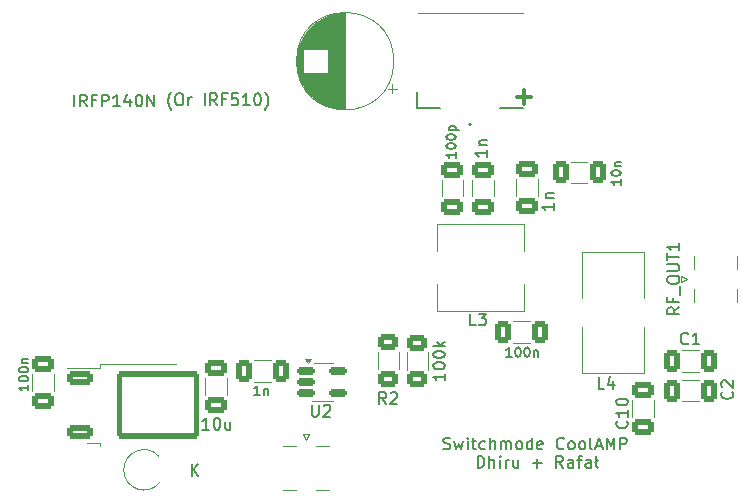
<source format=gbr>
%TF.GenerationSoftware,KiCad,Pcbnew,8.0.0-unknown-202403021604~8dce6c0b67~ubuntu22.04.1*%
%TF.CreationDate,2024-03-03T10:33:34+05:30*%
%TF.ProjectId,HF-PA-v10,48462d50-412d-4763-9130-2e6b69636164,rev?*%
%TF.SameCoordinates,Original*%
%TF.FileFunction,Legend,Top*%
%TF.FilePolarity,Positive*%
%FSLAX46Y46*%
G04 Gerber Fmt 4.6, Leading zero omitted, Abs format (unit mm)*
G04 Created by KiCad (PCBNEW 8.0.0-unknown-202403021604~8dce6c0b67~ubuntu22.04.1) date 2024-03-03 10:33:34*
%MOMM*%
%LPD*%
G01*
G04 APERTURE LIST*
G04 Aperture macros list*
%AMRoundRect*
0 Rectangle with rounded corners*
0 $1 Rounding radius*
0 $2 $3 $4 $5 $6 $7 $8 $9 X,Y pos of 4 corners*
0 Add a 4 corners polygon primitive as box body*
4,1,4,$2,$3,$4,$5,$6,$7,$8,$9,$2,$3,0*
0 Add four circle primitives for the rounded corners*
1,1,$1+$1,$2,$3*
1,1,$1+$1,$4,$5*
1,1,$1+$1,$6,$7*
1,1,$1+$1,$8,$9*
0 Add four rect primitives between the rounded corners*
20,1,$1+$1,$2,$3,$4,$5,0*
20,1,$1+$1,$4,$5,$6,$7,0*
20,1,$1+$1,$6,$7,$8,$9,0*
20,1,$1+$1,$8,$9,$2,$3,0*%
G04 Aperture macros list end*
%ADD10C,0.300000*%
%ADD11C,0.150000*%
%ADD12C,0.120000*%
%ADD13C,0.127000*%
%ADD14C,0.200000*%
%ADD15RoundRect,0.250000X0.412500X0.650000X-0.412500X0.650000X-0.412500X-0.650000X0.412500X-0.650000X0*%
%ADD16C,2.000000*%
%ADD17C,0.800000*%
%ADD18C,6.400000*%
%ADD19RoundRect,0.250000X-0.650000X0.412500X-0.650000X-0.412500X0.650000X-0.412500X0.650000X0.412500X0*%
%ADD20R,3.600000X1.270000*%
%ADD21R,4.200000X1.350000*%
%ADD22O,4.400000X2.200000*%
%ADD23O,4.000000X2.000000*%
%ADD24O,2.000000X4.000000*%
%ADD25R,1.600000X1.600000*%
%ADD26C,1.600000*%
%ADD27RoundRect,0.250000X0.650000X-0.412500X0.650000X0.412500X-0.650000X0.412500X-0.650000X-0.412500X0*%
%ADD28RoundRect,0.250000X-0.850000X-0.350000X0.850000X-0.350000X0.850000X0.350000X-0.850000X0.350000X0*%
%ADD29RoundRect,0.249997X-3.260003X-2.650003X3.260003X-2.650003X3.260003X2.650003X-3.260003X2.650003X0*%
%ADD30RoundRect,0.250000X-0.412500X-0.650000X0.412500X-0.650000X0.412500X0.650000X-0.412500X0.650000X0*%
%ADD31R,1.270000X3.600000*%
%ADD32R,1.350000X4.200000*%
%ADD33O,3.600000X3.600000*%
%ADD34R,4.500000X2.500000*%
%ADD35O,4.500000X2.500000*%
%ADD36R,2.200000X2.200000*%
%ADD37O,2.200000X2.200000*%
%ADD38RoundRect,0.162500X-0.617500X-0.162500X0.617500X-0.162500X0.617500X0.162500X-0.617500X0.162500X0*%
%ADD39RoundRect,0.250000X-0.625000X0.400000X-0.625000X-0.400000X0.625000X-0.400000X0.625000X0.400000X0*%
%ADD40R,2.050000X2.200000*%
G04 APERTURE END LIST*
D10*
X187854510Y-70079400D02*
X188997368Y-70079400D01*
X188425939Y-70650828D02*
X188425939Y-69507971D01*
D11*
X158552493Y-71160771D02*
X158504874Y-71113152D01*
X158504874Y-71113152D02*
X158409636Y-70970295D01*
X158409636Y-70970295D02*
X158362017Y-70875057D01*
X158362017Y-70875057D02*
X158314398Y-70732200D01*
X158314398Y-70732200D02*
X158266779Y-70494104D01*
X158266779Y-70494104D02*
X158266779Y-70303628D01*
X158266779Y-70303628D02*
X158314398Y-70065533D01*
X158314398Y-70065533D02*
X158362017Y-69922676D01*
X158362017Y-69922676D02*
X158409636Y-69827438D01*
X158409636Y-69827438D02*
X158504874Y-69684580D01*
X158504874Y-69684580D02*
X158552493Y-69636961D01*
X159123922Y-69779819D02*
X159314398Y-69779819D01*
X159314398Y-69779819D02*
X159409636Y-69827438D01*
X159409636Y-69827438D02*
X159504874Y-69922676D01*
X159504874Y-69922676D02*
X159552493Y-70113152D01*
X159552493Y-70113152D02*
X159552493Y-70446485D01*
X159552493Y-70446485D02*
X159504874Y-70636961D01*
X159504874Y-70636961D02*
X159409636Y-70732200D01*
X159409636Y-70732200D02*
X159314398Y-70779819D01*
X159314398Y-70779819D02*
X159123922Y-70779819D01*
X159123922Y-70779819D02*
X159028684Y-70732200D01*
X159028684Y-70732200D02*
X158933446Y-70636961D01*
X158933446Y-70636961D02*
X158885827Y-70446485D01*
X158885827Y-70446485D02*
X158885827Y-70113152D01*
X158885827Y-70113152D02*
X158933446Y-69922676D01*
X158933446Y-69922676D02*
X159028684Y-69827438D01*
X159028684Y-69827438D02*
X159123922Y-69779819D01*
X159981065Y-70779819D02*
X159981065Y-70113152D01*
X159981065Y-70303628D02*
X160028684Y-70208390D01*
X160028684Y-70208390D02*
X160076303Y-70160771D01*
X160076303Y-70160771D02*
X160171541Y-70113152D01*
X160171541Y-70113152D02*
X160266779Y-70113152D01*
X161362018Y-70779819D02*
X161362018Y-69779819D01*
X162409636Y-70779819D02*
X162076303Y-70303628D01*
X161838208Y-70779819D02*
X161838208Y-69779819D01*
X161838208Y-69779819D02*
X162219160Y-69779819D01*
X162219160Y-69779819D02*
X162314398Y-69827438D01*
X162314398Y-69827438D02*
X162362017Y-69875057D01*
X162362017Y-69875057D02*
X162409636Y-69970295D01*
X162409636Y-69970295D02*
X162409636Y-70113152D01*
X162409636Y-70113152D02*
X162362017Y-70208390D01*
X162362017Y-70208390D02*
X162314398Y-70256009D01*
X162314398Y-70256009D02*
X162219160Y-70303628D01*
X162219160Y-70303628D02*
X161838208Y-70303628D01*
X163171541Y-70256009D02*
X162838208Y-70256009D01*
X162838208Y-70779819D02*
X162838208Y-69779819D01*
X162838208Y-69779819D02*
X163314398Y-69779819D01*
X164171541Y-69779819D02*
X163695351Y-69779819D01*
X163695351Y-69779819D02*
X163647732Y-70256009D01*
X163647732Y-70256009D02*
X163695351Y-70208390D01*
X163695351Y-70208390D02*
X163790589Y-70160771D01*
X163790589Y-70160771D02*
X164028684Y-70160771D01*
X164028684Y-70160771D02*
X164123922Y-70208390D01*
X164123922Y-70208390D02*
X164171541Y-70256009D01*
X164171541Y-70256009D02*
X164219160Y-70351247D01*
X164219160Y-70351247D02*
X164219160Y-70589342D01*
X164219160Y-70589342D02*
X164171541Y-70684580D01*
X164171541Y-70684580D02*
X164123922Y-70732200D01*
X164123922Y-70732200D02*
X164028684Y-70779819D01*
X164028684Y-70779819D02*
X163790589Y-70779819D01*
X163790589Y-70779819D02*
X163695351Y-70732200D01*
X163695351Y-70732200D02*
X163647732Y-70684580D01*
X165171541Y-70779819D02*
X164600113Y-70779819D01*
X164885827Y-70779819D02*
X164885827Y-69779819D01*
X164885827Y-69779819D02*
X164790589Y-69922676D01*
X164790589Y-69922676D02*
X164695351Y-70017914D01*
X164695351Y-70017914D02*
X164600113Y-70065533D01*
X165790589Y-69779819D02*
X165885827Y-69779819D01*
X165885827Y-69779819D02*
X165981065Y-69827438D01*
X165981065Y-69827438D02*
X166028684Y-69875057D01*
X166028684Y-69875057D02*
X166076303Y-69970295D01*
X166076303Y-69970295D02*
X166123922Y-70160771D01*
X166123922Y-70160771D02*
X166123922Y-70398866D01*
X166123922Y-70398866D02*
X166076303Y-70589342D01*
X166076303Y-70589342D02*
X166028684Y-70684580D01*
X166028684Y-70684580D02*
X165981065Y-70732200D01*
X165981065Y-70732200D02*
X165885827Y-70779819D01*
X165885827Y-70779819D02*
X165790589Y-70779819D01*
X165790589Y-70779819D02*
X165695351Y-70732200D01*
X165695351Y-70732200D02*
X165647732Y-70684580D01*
X165647732Y-70684580D02*
X165600113Y-70589342D01*
X165600113Y-70589342D02*
X165552494Y-70398866D01*
X165552494Y-70398866D02*
X165552494Y-70160771D01*
X165552494Y-70160771D02*
X165600113Y-69970295D01*
X165600113Y-69970295D02*
X165647732Y-69875057D01*
X165647732Y-69875057D02*
X165695351Y-69827438D01*
X165695351Y-69827438D02*
X165790589Y-69779819D01*
X166457256Y-71160771D02*
X166504875Y-71113152D01*
X166504875Y-71113152D02*
X166600113Y-70970295D01*
X166600113Y-70970295D02*
X166647732Y-70875057D01*
X166647732Y-70875057D02*
X166695351Y-70732200D01*
X166695351Y-70732200D02*
X166742970Y-70494104D01*
X166742970Y-70494104D02*
X166742970Y-70303628D01*
X166742970Y-70303628D02*
X166695351Y-70065533D01*
X166695351Y-70065533D02*
X166647732Y-69922676D01*
X166647732Y-69922676D02*
X166600113Y-69827438D01*
X166600113Y-69827438D02*
X166504875Y-69684580D01*
X166504875Y-69684580D02*
X166457256Y-69636961D01*
X184476779Y-101459819D02*
X184476779Y-100459819D01*
X184476779Y-100459819D02*
X184714874Y-100459819D01*
X184714874Y-100459819D02*
X184857731Y-100507438D01*
X184857731Y-100507438D02*
X184952969Y-100602676D01*
X184952969Y-100602676D02*
X185000588Y-100697914D01*
X185000588Y-100697914D02*
X185048207Y-100888390D01*
X185048207Y-100888390D02*
X185048207Y-101031247D01*
X185048207Y-101031247D02*
X185000588Y-101221723D01*
X185000588Y-101221723D02*
X184952969Y-101316961D01*
X184952969Y-101316961D02*
X184857731Y-101412200D01*
X184857731Y-101412200D02*
X184714874Y-101459819D01*
X184714874Y-101459819D02*
X184476779Y-101459819D01*
X185476779Y-101459819D02*
X185476779Y-100459819D01*
X185905350Y-101459819D02*
X185905350Y-100936009D01*
X185905350Y-100936009D02*
X185857731Y-100840771D01*
X185857731Y-100840771D02*
X185762493Y-100793152D01*
X185762493Y-100793152D02*
X185619636Y-100793152D01*
X185619636Y-100793152D02*
X185524398Y-100840771D01*
X185524398Y-100840771D02*
X185476779Y-100888390D01*
X186381541Y-101459819D02*
X186381541Y-100793152D01*
X186381541Y-100459819D02*
X186333922Y-100507438D01*
X186333922Y-100507438D02*
X186381541Y-100555057D01*
X186381541Y-100555057D02*
X186429160Y-100507438D01*
X186429160Y-100507438D02*
X186381541Y-100459819D01*
X186381541Y-100459819D02*
X186381541Y-100555057D01*
X186857731Y-101459819D02*
X186857731Y-100793152D01*
X186857731Y-100983628D02*
X186905350Y-100888390D01*
X186905350Y-100888390D02*
X186952969Y-100840771D01*
X186952969Y-100840771D02*
X187048207Y-100793152D01*
X187048207Y-100793152D02*
X187143445Y-100793152D01*
X187905350Y-100793152D02*
X187905350Y-101459819D01*
X187476779Y-100793152D02*
X187476779Y-101316961D01*
X187476779Y-101316961D02*
X187524398Y-101412200D01*
X187524398Y-101412200D02*
X187619636Y-101459819D01*
X187619636Y-101459819D02*
X187762493Y-101459819D01*
X187762493Y-101459819D02*
X187857731Y-101412200D01*
X187857731Y-101412200D02*
X187905350Y-101364580D01*
X189143446Y-101078866D02*
X189905351Y-101078866D01*
X189524398Y-101459819D02*
X189524398Y-100697914D01*
X191714874Y-101459819D02*
X191381541Y-100983628D01*
X191143446Y-101459819D02*
X191143446Y-100459819D01*
X191143446Y-100459819D02*
X191524398Y-100459819D01*
X191524398Y-100459819D02*
X191619636Y-100507438D01*
X191619636Y-100507438D02*
X191667255Y-100555057D01*
X191667255Y-100555057D02*
X191714874Y-100650295D01*
X191714874Y-100650295D02*
X191714874Y-100793152D01*
X191714874Y-100793152D02*
X191667255Y-100888390D01*
X191667255Y-100888390D02*
X191619636Y-100936009D01*
X191619636Y-100936009D02*
X191524398Y-100983628D01*
X191524398Y-100983628D02*
X191143446Y-100983628D01*
X192572017Y-101459819D02*
X192572017Y-100936009D01*
X192572017Y-100936009D02*
X192524398Y-100840771D01*
X192524398Y-100840771D02*
X192429160Y-100793152D01*
X192429160Y-100793152D02*
X192238684Y-100793152D01*
X192238684Y-100793152D02*
X192143446Y-100840771D01*
X192572017Y-101412200D02*
X192476779Y-101459819D01*
X192476779Y-101459819D02*
X192238684Y-101459819D01*
X192238684Y-101459819D02*
X192143446Y-101412200D01*
X192143446Y-101412200D02*
X192095827Y-101316961D01*
X192095827Y-101316961D02*
X192095827Y-101221723D01*
X192095827Y-101221723D02*
X192143446Y-101126485D01*
X192143446Y-101126485D02*
X192238684Y-101078866D01*
X192238684Y-101078866D02*
X192476779Y-101078866D01*
X192476779Y-101078866D02*
X192572017Y-101031247D01*
X192905351Y-100793152D02*
X193286303Y-100793152D01*
X193048208Y-101459819D02*
X193048208Y-100602676D01*
X193048208Y-100602676D02*
X193095827Y-100507438D01*
X193095827Y-100507438D02*
X193191065Y-100459819D01*
X193191065Y-100459819D02*
X193286303Y-100459819D01*
X194048208Y-101459819D02*
X194048208Y-100936009D01*
X194048208Y-100936009D02*
X194000589Y-100840771D01*
X194000589Y-100840771D02*
X193905351Y-100793152D01*
X193905351Y-100793152D02*
X193714875Y-100793152D01*
X193714875Y-100793152D02*
X193619637Y-100840771D01*
X194048208Y-101412200D02*
X193952970Y-101459819D01*
X193952970Y-101459819D02*
X193714875Y-101459819D01*
X193714875Y-101459819D02*
X193619637Y-101412200D01*
X193619637Y-101412200D02*
X193572018Y-101316961D01*
X193572018Y-101316961D02*
X193572018Y-101221723D01*
X193572018Y-101221723D02*
X193619637Y-101126485D01*
X193619637Y-101126485D02*
X193714875Y-101078866D01*
X193714875Y-101078866D02*
X193952970Y-101078866D01*
X193952970Y-101078866D02*
X194048208Y-101031247D01*
X194667256Y-101459819D02*
X194572018Y-101412200D01*
X194572018Y-101412200D02*
X194524399Y-101316961D01*
X194524399Y-101316961D02*
X194524399Y-100459819D01*
X194381542Y-100983628D02*
X194667256Y-100793152D01*
X181589160Y-99862200D02*
X181732017Y-99909819D01*
X181732017Y-99909819D02*
X181970112Y-99909819D01*
X181970112Y-99909819D02*
X182065350Y-99862200D01*
X182065350Y-99862200D02*
X182112969Y-99814580D01*
X182112969Y-99814580D02*
X182160588Y-99719342D01*
X182160588Y-99719342D02*
X182160588Y-99624104D01*
X182160588Y-99624104D02*
X182112969Y-99528866D01*
X182112969Y-99528866D02*
X182065350Y-99481247D01*
X182065350Y-99481247D02*
X181970112Y-99433628D01*
X181970112Y-99433628D02*
X181779636Y-99386009D01*
X181779636Y-99386009D02*
X181684398Y-99338390D01*
X181684398Y-99338390D02*
X181636779Y-99290771D01*
X181636779Y-99290771D02*
X181589160Y-99195533D01*
X181589160Y-99195533D02*
X181589160Y-99100295D01*
X181589160Y-99100295D02*
X181636779Y-99005057D01*
X181636779Y-99005057D02*
X181684398Y-98957438D01*
X181684398Y-98957438D02*
X181779636Y-98909819D01*
X181779636Y-98909819D02*
X182017731Y-98909819D01*
X182017731Y-98909819D02*
X182160588Y-98957438D01*
X182493922Y-99243152D02*
X182684398Y-99909819D01*
X182684398Y-99909819D02*
X182874874Y-99433628D01*
X182874874Y-99433628D02*
X183065350Y-99909819D01*
X183065350Y-99909819D02*
X183255826Y-99243152D01*
X183636779Y-99909819D02*
X183636779Y-99243152D01*
X183636779Y-98909819D02*
X183589160Y-98957438D01*
X183589160Y-98957438D02*
X183636779Y-99005057D01*
X183636779Y-99005057D02*
X183684398Y-98957438D01*
X183684398Y-98957438D02*
X183636779Y-98909819D01*
X183636779Y-98909819D02*
X183636779Y-99005057D01*
X183970112Y-99243152D02*
X184351064Y-99243152D01*
X184112969Y-98909819D02*
X184112969Y-99766961D01*
X184112969Y-99766961D02*
X184160588Y-99862200D01*
X184160588Y-99862200D02*
X184255826Y-99909819D01*
X184255826Y-99909819D02*
X184351064Y-99909819D01*
X185112969Y-99862200D02*
X185017731Y-99909819D01*
X185017731Y-99909819D02*
X184827255Y-99909819D01*
X184827255Y-99909819D02*
X184732017Y-99862200D01*
X184732017Y-99862200D02*
X184684398Y-99814580D01*
X184684398Y-99814580D02*
X184636779Y-99719342D01*
X184636779Y-99719342D02*
X184636779Y-99433628D01*
X184636779Y-99433628D02*
X184684398Y-99338390D01*
X184684398Y-99338390D02*
X184732017Y-99290771D01*
X184732017Y-99290771D02*
X184827255Y-99243152D01*
X184827255Y-99243152D02*
X185017731Y-99243152D01*
X185017731Y-99243152D02*
X185112969Y-99290771D01*
X185541541Y-99909819D02*
X185541541Y-98909819D01*
X185970112Y-99909819D02*
X185970112Y-99386009D01*
X185970112Y-99386009D02*
X185922493Y-99290771D01*
X185922493Y-99290771D02*
X185827255Y-99243152D01*
X185827255Y-99243152D02*
X185684398Y-99243152D01*
X185684398Y-99243152D02*
X185589160Y-99290771D01*
X185589160Y-99290771D02*
X185541541Y-99338390D01*
X186446303Y-99909819D02*
X186446303Y-99243152D01*
X186446303Y-99338390D02*
X186493922Y-99290771D01*
X186493922Y-99290771D02*
X186589160Y-99243152D01*
X186589160Y-99243152D02*
X186732017Y-99243152D01*
X186732017Y-99243152D02*
X186827255Y-99290771D01*
X186827255Y-99290771D02*
X186874874Y-99386009D01*
X186874874Y-99386009D02*
X186874874Y-99909819D01*
X186874874Y-99386009D02*
X186922493Y-99290771D01*
X186922493Y-99290771D02*
X187017731Y-99243152D01*
X187017731Y-99243152D02*
X187160588Y-99243152D01*
X187160588Y-99243152D02*
X187255827Y-99290771D01*
X187255827Y-99290771D02*
X187303446Y-99386009D01*
X187303446Y-99386009D02*
X187303446Y-99909819D01*
X187922493Y-99909819D02*
X187827255Y-99862200D01*
X187827255Y-99862200D02*
X187779636Y-99814580D01*
X187779636Y-99814580D02*
X187732017Y-99719342D01*
X187732017Y-99719342D02*
X187732017Y-99433628D01*
X187732017Y-99433628D02*
X187779636Y-99338390D01*
X187779636Y-99338390D02*
X187827255Y-99290771D01*
X187827255Y-99290771D02*
X187922493Y-99243152D01*
X187922493Y-99243152D02*
X188065350Y-99243152D01*
X188065350Y-99243152D02*
X188160588Y-99290771D01*
X188160588Y-99290771D02*
X188208207Y-99338390D01*
X188208207Y-99338390D02*
X188255826Y-99433628D01*
X188255826Y-99433628D02*
X188255826Y-99719342D01*
X188255826Y-99719342D02*
X188208207Y-99814580D01*
X188208207Y-99814580D02*
X188160588Y-99862200D01*
X188160588Y-99862200D02*
X188065350Y-99909819D01*
X188065350Y-99909819D02*
X187922493Y-99909819D01*
X189112969Y-99909819D02*
X189112969Y-98909819D01*
X189112969Y-99862200D02*
X189017731Y-99909819D01*
X189017731Y-99909819D02*
X188827255Y-99909819D01*
X188827255Y-99909819D02*
X188732017Y-99862200D01*
X188732017Y-99862200D02*
X188684398Y-99814580D01*
X188684398Y-99814580D02*
X188636779Y-99719342D01*
X188636779Y-99719342D02*
X188636779Y-99433628D01*
X188636779Y-99433628D02*
X188684398Y-99338390D01*
X188684398Y-99338390D02*
X188732017Y-99290771D01*
X188732017Y-99290771D02*
X188827255Y-99243152D01*
X188827255Y-99243152D02*
X189017731Y-99243152D01*
X189017731Y-99243152D02*
X189112969Y-99290771D01*
X189970112Y-99862200D02*
X189874874Y-99909819D01*
X189874874Y-99909819D02*
X189684398Y-99909819D01*
X189684398Y-99909819D02*
X189589160Y-99862200D01*
X189589160Y-99862200D02*
X189541541Y-99766961D01*
X189541541Y-99766961D02*
X189541541Y-99386009D01*
X189541541Y-99386009D02*
X189589160Y-99290771D01*
X189589160Y-99290771D02*
X189684398Y-99243152D01*
X189684398Y-99243152D02*
X189874874Y-99243152D01*
X189874874Y-99243152D02*
X189970112Y-99290771D01*
X189970112Y-99290771D02*
X190017731Y-99386009D01*
X190017731Y-99386009D02*
X190017731Y-99481247D01*
X190017731Y-99481247D02*
X189541541Y-99576485D01*
X191779636Y-99814580D02*
X191732017Y-99862200D01*
X191732017Y-99862200D02*
X191589160Y-99909819D01*
X191589160Y-99909819D02*
X191493922Y-99909819D01*
X191493922Y-99909819D02*
X191351065Y-99862200D01*
X191351065Y-99862200D02*
X191255827Y-99766961D01*
X191255827Y-99766961D02*
X191208208Y-99671723D01*
X191208208Y-99671723D02*
X191160589Y-99481247D01*
X191160589Y-99481247D02*
X191160589Y-99338390D01*
X191160589Y-99338390D02*
X191208208Y-99147914D01*
X191208208Y-99147914D02*
X191255827Y-99052676D01*
X191255827Y-99052676D02*
X191351065Y-98957438D01*
X191351065Y-98957438D02*
X191493922Y-98909819D01*
X191493922Y-98909819D02*
X191589160Y-98909819D01*
X191589160Y-98909819D02*
X191732017Y-98957438D01*
X191732017Y-98957438D02*
X191779636Y-99005057D01*
X192351065Y-99909819D02*
X192255827Y-99862200D01*
X192255827Y-99862200D02*
X192208208Y-99814580D01*
X192208208Y-99814580D02*
X192160589Y-99719342D01*
X192160589Y-99719342D02*
X192160589Y-99433628D01*
X192160589Y-99433628D02*
X192208208Y-99338390D01*
X192208208Y-99338390D02*
X192255827Y-99290771D01*
X192255827Y-99290771D02*
X192351065Y-99243152D01*
X192351065Y-99243152D02*
X192493922Y-99243152D01*
X192493922Y-99243152D02*
X192589160Y-99290771D01*
X192589160Y-99290771D02*
X192636779Y-99338390D01*
X192636779Y-99338390D02*
X192684398Y-99433628D01*
X192684398Y-99433628D02*
X192684398Y-99719342D01*
X192684398Y-99719342D02*
X192636779Y-99814580D01*
X192636779Y-99814580D02*
X192589160Y-99862200D01*
X192589160Y-99862200D02*
X192493922Y-99909819D01*
X192493922Y-99909819D02*
X192351065Y-99909819D01*
X193255827Y-99909819D02*
X193160589Y-99862200D01*
X193160589Y-99862200D02*
X193112970Y-99814580D01*
X193112970Y-99814580D02*
X193065351Y-99719342D01*
X193065351Y-99719342D02*
X193065351Y-99433628D01*
X193065351Y-99433628D02*
X193112970Y-99338390D01*
X193112970Y-99338390D02*
X193160589Y-99290771D01*
X193160589Y-99290771D02*
X193255827Y-99243152D01*
X193255827Y-99243152D02*
X193398684Y-99243152D01*
X193398684Y-99243152D02*
X193493922Y-99290771D01*
X193493922Y-99290771D02*
X193541541Y-99338390D01*
X193541541Y-99338390D02*
X193589160Y-99433628D01*
X193589160Y-99433628D02*
X193589160Y-99719342D01*
X193589160Y-99719342D02*
X193541541Y-99814580D01*
X193541541Y-99814580D02*
X193493922Y-99862200D01*
X193493922Y-99862200D02*
X193398684Y-99909819D01*
X193398684Y-99909819D02*
X193255827Y-99909819D01*
X194160589Y-99909819D02*
X194065351Y-99862200D01*
X194065351Y-99862200D02*
X194017732Y-99766961D01*
X194017732Y-99766961D02*
X194017732Y-98909819D01*
X194493923Y-99624104D02*
X194970113Y-99624104D01*
X194398685Y-99909819D02*
X194732018Y-98909819D01*
X194732018Y-98909819D02*
X195065351Y-99909819D01*
X195398685Y-99909819D02*
X195398685Y-98909819D01*
X195398685Y-98909819D02*
X195732018Y-99624104D01*
X195732018Y-99624104D02*
X196065351Y-98909819D01*
X196065351Y-98909819D02*
X196065351Y-99909819D01*
X196541542Y-99909819D02*
X196541542Y-98909819D01*
X196541542Y-98909819D02*
X196922494Y-98909819D01*
X196922494Y-98909819D02*
X197017732Y-98957438D01*
X197017732Y-98957438D02*
X197065351Y-99005057D01*
X197065351Y-99005057D02*
X197112970Y-99100295D01*
X197112970Y-99100295D02*
X197112970Y-99243152D01*
X197112970Y-99243152D02*
X197065351Y-99338390D01*
X197065351Y-99338390D02*
X197017732Y-99386009D01*
X197017732Y-99386009D02*
X196922494Y-99433628D01*
X196922494Y-99433628D02*
X196541542Y-99433628D01*
X187364761Y-92062295D02*
X186907618Y-92062295D01*
X187136190Y-92062295D02*
X187136190Y-91262295D01*
X187136190Y-91262295D02*
X187059999Y-91376580D01*
X187059999Y-91376580D02*
X186983809Y-91452771D01*
X186983809Y-91452771D02*
X186907618Y-91490866D01*
X187860000Y-91262295D02*
X187936190Y-91262295D01*
X187936190Y-91262295D02*
X188012381Y-91300390D01*
X188012381Y-91300390D02*
X188050476Y-91338485D01*
X188050476Y-91338485D02*
X188088571Y-91414676D01*
X188088571Y-91414676D02*
X188126666Y-91567057D01*
X188126666Y-91567057D02*
X188126666Y-91757533D01*
X188126666Y-91757533D02*
X188088571Y-91909914D01*
X188088571Y-91909914D02*
X188050476Y-91986104D01*
X188050476Y-91986104D02*
X188012381Y-92024200D01*
X188012381Y-92024200D02*
X187936190Y-92062295D01*
X187936190Y-92062295D02*
X187860000Y-92062295D01*
X187860000Y-92062295D02*
X187783809Y-92024200D01*
X187783809Y-92024200D02*
X187745714Y-91986104D01*
X187745714Y-91986104D02*
X187707619Y-91909914D01*
X187707619Y-91909914D02*
X187669523Y-91757533D01*
X187669523Y-91757533D02*
X187669523Y-91567057D01*
X187669523Y-91567057D02*
X187707619Y-91414676D01*
X187707619Y-91414676D02*
X187745714Y-91338485D01*
X187745714Y-91338485D02*
X187783809Y-91300390D01*
X187783809Y-91300390D02*
X187860000Y-91262295D01*
X188621905Y-91262295D02*
X188698095Y-91262295D01*
X188698095Y-91262295D02*
X188774286Y-91300390D01*
X188774286Y-91300390D02*
X188812381Y-91338485D01*
X188812381Y-91338485D02*
X188850476Y-91414676D01*
X188850476Y-91414676D02*
X188888571Y-91567057D01*
X188888571Y-91567057D02*
X188888571Y-91757533D01*
X188888571Y-91757533D02*
X188850476Y-91909914D01*
X188850476Y-91909914D02*
X188812381Y-91986104D01*
X188812381Y-91986104D02*
X188774286Y-92024200D01*
X188774286Y-92024200D02*
X188698095Y-92062295D01*
X188698095Y-92062295D02*
X188621905Y-92062295D01*
X188621905Y-92062295D02*
X188545714Y-92024200D01*
X188545714Y-92024200D02*
X188507619Y-91986104D01*
X188507619Y-91986104D02*
X188469524Y-91909914D01*
X188469524Y-91909914D02*
X188431428Y-91757533D01*
X188431428Y-91757533D02*
X188431428Y-91567057D01*
X188431428Y-91567057D02*
X188469524Y-91414676D01*
X188469524Y-91414676D02*
X188507619Y-91338485D01*
X188507619Y-91338485D02*
X188545714Y-91300390D01*
X188545714Y-91300390D02*
X188621905Y-91262295D01*
X189231429Y-91528961D02*
X189231429Y-92062295D01*
X189231429Y-91605152D02*
X189269524Y-91567057D01*
X189269524Y-91567057D02*
X189345714Y-91528961D01*
X189345714Y-91528961D02*
X189460000Y-91528961D01*
X189460000Y-91528961D02*
X189536191Y-91567057D01*
X189536191Y-91567057D02*
X189574286Y-91643247D01*
X189574286Y-91643247D02*
X189574286Y-92062295D01*
X195193333Y-94774819D02*
X194717143Y-94774819D01*
X194717143Y-94774819D02*
X194717143Y-93774819D01*
X195955238Y-94108152D02*
X195955238Y-94774819D01*
X195717143Y-93727200D02*
X195479048Y-94441485D01*
X195479048Y-94441485D02*
X196098095Y-94441485D01*
X185274819Y-74576666D02*
X185274819Y-75148094D01*
X185274819Y-74862380D02*
X184274819Y-74862380D01*
X184274819Y-74862380D02*
X184417676Y-74957618D01*
X184417676Y-74957618D02*
X184512914Y-75052856D01*
X184512914Y-75052856D02*
X184560533Y-75148094D01*
X184608152Y-74148094D02*
X185274819Y-74148094D01*
X184703390Y-74148094D02*
X184655771Y-74100475D01*
X184655771Y-74100475D02*
X184608152Y-74005237D01*
X184608152Y-74005237D02*
X184608152Y-73862380D01*
X184608152Y-73862380D02*
X184655771Y-73767142D01*
X184655771Y-73767142D02*
X184751009Y-73719523D01*
X184751009Y-73719523D02*
X185274819Y-73719523D01*
X201554819Y-87884762D02*
X201078628Y-88218095D01*
X201554819Y-88456190D02*
X200554819Y-88456190D01*
X200554819Y-88456190D02*
X200554819Y-88075238D01*
X200554819Y-88075238D02*
X200602438Y-87980000D01*
X200602438Y-87980000D02*
X200650057Y-87932381D01*
X200650057Y-87932381D02*
X200745295Y-87884762D01*
X200745295Y-87884762D02*
X200888152Y-87884762D01*
X200888152Y-87884762D02*
X200983390Y-87932381D01*
X200983390Y-87932381D02*
X201031009Y-87980000D01*
X201031009Y-87980000D02*
X201078628Y-88075238D01*
X201078628Y-88075238D02*
X201078628Y-88456190D01*
X201031009Y-87122857D02*
X201031009Y-87456190D01*
X201554819Y-87456190D02*
X200554819Y-87456190D01*
X200554819Y-87456190D02*
X200554819Y-86980000D01*
X201650057Y-86837143D02*
X201650057Y-86075238D01*
X200554819Y-85646666D02*
X200554819Y-85456190D01*
X200554819Y-85456190D02*
X200602438Y-85360952D01*
X200602438Y-85360952D02*
X200697676Y-85265714D01*
X200697676Y-85265714D02*
X200888152Y-85218095D01*
X200888152Y-85218095D02*
X201221485Y-85218095D01*
X201221485Y-85218095D02*
X201411961Y-85265714D01*
X201411961Y-85265714D02*
X201507200Y-85360952D01*
X201507200Y-85360952D02*
X201554819Y-85456190D01*
X201554819Y-85456190D02*
X201554819Y-85646666D01*
X201554819Y-85646666D02*
X201507200Y-85741904D01*
X201507200Y-85741904D02*
X201411961Y-85837142D01*
X201411961Y-85837142D02*
X201221485Y-85884761D01*
X201221485Y-85884761D02*
X200888152Y-85884761D01*
X200888152Y-85884761D02*
X200697676Y-85837142D01*
X200697676Y-85837142D02*
X200602438Y-85741904D01*
X200602438Y-85741904D02*
X200554819Y-85646666D01*
X200554819Y-84789523D02*
X201364342Y-84789523D01*
X201364342Y-84789523D02*
X201459580Y-84741904D01*
X201459580Y-84741904D02*
X201507200Y-84694285D01*
X201507200Y-84694285D02*
X201554819Y-84599047D01*
X201554819Y-84599047D02*
X201554819Y-84408571D01*
X201554819Y-84408571D02*
X201507200Y-84313333D01*
X201507200Y-84313333D02*
X201459580Y-84265714D01*
X201459580Y-84265714D02*
X201364342Y-84218095D01*
X201364342Y-84218095D02*
X200554819Y-84218095D01*
X200554819Y-83884761D02*
X200554819Y-83313333D01*
X201554819Y-83599047D02*
X200554819Y-83599047D01*
X201554819Y-82456190D02*
X201554819Y-83027618D01*
X201554819Y-82741904D02*
X200554819Y-82741904D01*
X200554819Y-82741904D02*
X200697676Y-82837142D01*
X200697676Y-82837142D02*
X200792914Y-82932380D01*
X200792914Y-82932380D02*
X200840533Y-83027618D01*
X190914819Y-79066666D02*
X190914819Y-79638094D01*
X190914819Y-79352380D02*
X189914819Y-79352380D01*
X189914819Y-79352380D02*
X190057676Y-79447618D01*
X190057676Y-79447618D02*
X190152914Y-79542856D01*
X190152914Y-79542856D02*
X190200533Y-79638094D01*
X190248152Y-78638094D02*
X190914819Y-78638094D01*
X190343390Y-78638094D02*
X190295771Y-78590475D01*
X190295771Y-78590475D02*
X190248152Y-78495237D01*
X190248152Y-78495237D02*
X190248152Y-78352380D01*
X190248152Y-78352380D02*
X190295771Y-78257142D01*
X190295771Y-78257142D02*
X190391009Y-78209523D01*
X190391009Y-78209523D02*
X190914819Y-78209523D01*
X161747142Y-98234819D02*
X161175714Y-98234819D01*
X161461428Y-98234819D02*
X161461428Y-97234819D01*
X161461428Y-97234819D02*
X161366190Y-97377676D01*
X161366190Y-97377676D02*
X161270952Y-97472914D01*
X161270952Y-97472914D02*
X161175714Y-97520533D01*
X162366190Y-97234819D02*
X162461428Y-97234819D01*
X162461428Y-97234819D02*
X162556666Y-97282438D01*
X162556666Y-97282438D02*
X162604285Y-97330057D01*
X162604285Y-97330057D02*
X162651904Y-97425295D01*
X162651904Y-97425295D02*
X162699523Y-97615771D01*
X162699523Y-97615771D02*
X162699523Y-97853866D01*
X162699523Y-97853866D02*
X162651904Y-98044342D01*
X162651904Y-98044342D02*
X162604285Y-98139580D01*
X162604285Y-98139580D02*
X162556666Y-98187200D01*
X162556666Y-98187200D02*
X162461428Y-98234819D01*
X162461428Y-98234819D02*
X162366190Y-98234819D01*
X162366190Y-98234819D02*
X162270952Y-98187200D01*
X162270952Y-98187200D02*
X162223333Y-98139580D01*
X162223333Y-98139580D02*
X162175714Y-98044342D01*
X162175714Y-98044342D02*
X162128095Y-97853866D01*
X162128095Y-97853866D02*
X162128095Y-97615771D01*
X162128095Y-97615771D02*
X162175714Y-97425295D01*
X162175714Y-97425295D02*
X162223333Y-97330057D01*
X162223333Y-97330057D02*
X162270952Y-97282438D01*
X162270952Y-97282438D02*
X162366190Y-97234819D01*
X163556666Y-97568152D02*
X163556666Y-98234819D01*
X163128095Y-97568152D02*
X163128095Y-98091961D01*
X163128095Y-98091961D02*
X163175714Y-98187200D01*
X163175714Y-98187200D02*
X163270952Y-98234819D01*
X163270952Y-98234819D02*
X163413809Y-98234819D01*
X163413809Y-98234819D02*
X163509047Y-98187200D01*
X163509047Y-98187200D02*
X163556666Y-98139580D01*
X166039166Y-95322295D02*
X165582023Y-95322295D01*
X165810595Y-95322295D02*
X165810595Y-94522295D01*
X165810595Y-94522295D02*
X165734404Y-94636580D01*
X165734404Y-94636580D02*
X165658214Y-94712771D01*
X165658214Y-94712771D02*
X165582023Y-94750866D01*
X166382024Y-94788961D02*
X166382024Y-95322295D01*
X166382024Y-94865152D02*
X166420119Y-94827057D01*
X166420119Y-94827057D02*
X166496309Y-94788961D01*
X166496309Y-94788961D02*
X166610595Y-94788961D01*
X166610595Y-94788961D02*
X166686786Y-94827057D01*
X166686786Y-94827057D02*
X166724881Y-94903247D01*
X166724881Y-94903247D02*
X166724881Y-95322295D01*
X202313333Y-90929580D02*
X202265714Y-90977200D01*
X202265714Y-90977200D02*
X202122857Y-91024819D01*
X202122857Y-91024819D02*
X202027619Y-91024819D01*
X202027619Y-91024819D02*
X201884762Y-90977200D01*
X201884762Y-90977200D02*
X201789524Y-90881961D01*
X201789524Y-90881961D02*
X201741905Y-90786723D01*
X201741905Y-90786723D02*
X201694286Y-90596247D01*
X201694286Y-90596247D02*
X201694286Y-90453390D01*
X201694286Y-90453390D02*
X201741905Y-90262914D01*
X201741905Y-90262914D02*
X201789524Y-90167676D01*
X201789524Y-90167676D02*
X201884762Y-90072438D01*
X201884762Y-90072438D02*
X202027619Y-90024819D01*
X202027619Y-90024819D02*
X202122857Y-90024819D01*
X202122857Y-90024819D02*
X202265714Y-90072438D01*
X202265714Y-90072438D02*
X202313333Y-90120057D01*
X203265714Y-91024819D02*
X202694286Y-91024819D01*
X202980000Y-91024819D02*
X202980000Y-90024819D01*
X202980000Y-90024819D02*
X202884762Y-90167676D01*
X202884762Y-90167676D02*
X202789524Y-90262914D01*
X202789524Y-90262914D02*
X202694286Y-90310533D01*
X150339048Y-70874819D02*
X150339048Y-69874819D01*
X151386666Y-70874819D02*
X151053333Y-70398628D01*
X150815238Y-70874819D02*
X150815238Y-69874819D01*
X150815238Y-69874819D02*
X151196190Y-69874819D01*
X151196190Y-69874819D02*
X151291428Y-69922438D01*
X151291428Y-69922438D02*
X151339047Y-69970057D01*
X151339047Y-69970057D02*
X151386666Y-70065295D01*
X151386666Y-70065295D02*
X151386666Y-70208152D01*
X151386666Y-70208152D02*
X151339047Y-70303390D01*
X151339047Y-70303390D02*
X151291428Y-70351009D01*
X151291428Y-70351009D02*
X151196190Y-70398628D01*
X151196190Y-70398628D02*
X150815238Y-70398628D01*
X152148571Y-70351009D02*
X151815238Y-70351009D01*
X151815238Y-70874819D02*
X151815238Y-69874819D01*
X151815238Y-69874819D02*
X152291428Y-69874819D01*
X152672381Y-70874819D02*
X152672381Y-69874819D01*
X152672381Y-69874819D02*
X153053333Y-69874819D01*
X153053333Y-69874819D02*
X153148571Y-69922438D01*
X153148571Y-69922438D02*
X153196190Y-69970057D01*
X153196190Y-69970057D02*
X153243809Y-70065295D01*
X153243809Y-70065295D02*
X153243809Y-70208152D01*
X153243809Y-70208152D02*
X153196190Y-70303390D01*
X153196190Y-70303390D02*
X153148571Y-70351009D01*
X153148571Y-70351009D02*
X153053333Y-70398628D01*
X153053333Y-70398628D02*
X152672381Y-70398628D01*
X154196190Y-70874819D02*
X153624762Y-70874819D01*
X153910476Y-70874819D02*
X153910476Y-69874819D01*
X153910476Y-69874819D02*
X153815238Y-70017676D01*
X153815238Y-70017676D02*
X153720000Y-70112914D01*
X153720000Y-70112914D02*
X153624762Y-70160533D01*
X155053333Y-70208152D02*
X155053333Y-70874819D01*
X154815238Y-69827200D02*
X154577143Y-70541485D01*
X154577143Y-70541485D02*
X155196190Y-70541485D01*
X155767619Y-69874819D02*
X155862857Y-69874819D01*
X155862857Y-69874819D02*
X155958095Y-69922438D01*
X155958095Y-69922438D02*
X156005714Y-69970057D01*
X156005714Y-69970057D02*
X156053333Y-70065295D01*
X156053333Y-70065295D02*
X156100952Y-70255771D01*
X156100952Y-70255771D02*
X156100952Y-70493866D01*
X156100952Y-70493866D02*
X156053333Y-70684342D01*
X156053333Y-70684342D02*
X156005714Y-70779580D01*
X156005714Y-70779580D02*
X155958095Y-70827200D01*
X155958095Y-70827200D02*
X155862857Y-70874819D01*
X155862857Y-70874819D02*
X155767619Y-70874819D01*
X155767619Y-70874819D02*
X155672381Y-70827200D01*
X155672381Y-70827200D02*
X155624762Y-70779580D01*
X155624762Y-70779580D02*
X155577143Y-70684342D01*
X155577143Y-70684342D02*
X155529524Y-70493866D01*
X155529524Y-70493866D02*
X155529524Y-70255771D01*
X155529524Y-70255771D02*
X155577143Y-70065295D01*
X155577143Y-70065295D02*
X155624762Y-69970057D01*
X155624762Y-69970057D02*
X155672381Y-69922438D01*
X155672381Y-69922438D02*
X155767619Y-69874819D01*
X156529524Y-70874819D02*
X156529524Y-69874819D01*
X156529524Y-69874819D02*
X157100952Y-70874819D01*
X157100952Y-70874819D02*
X157100952Y-69874819D01*
X182632295Y-74765238D02*
X182632295Y-75222381D01*
X182632295Y-74993809D02*
X181832295Y-74993809D01*
X181832295Y-74993809D02*
X181946580Y-75070000D01*
X181946580Y-75070000D02*
X182022771Y-75146190D01*
X182022771Y-75146190D02*
X182060866Y-75222381D01*
X181832295Y-74269999D02*
X181832295Y-74193809D01*
X181832295Y-74193809D02*
X181870390Y-74117618D01*
X181870390Y-74117618D02*
X181908485Y-74079523D01*
X181908485Y-74079523D02*
X181984676Y-74041428D01*
X181984676Y-74041428D02*
X182137057Y-74003333D01*
X182137057Y-74003333D02*
X182327533Y-74003333D01*
X182327533Y-74003333D02*
X182479914Y-74041428D01*
X182479914Y-74041428D02*
X182556104Y-74079523D01*
X182556104Y-74079523D02*
X182594200Y-74117618D01*
X182594200Y-74117618D02*
X182632295Y-74193809D01*
X182632295Y-74193809D02*
X182632295Y-74269999D01*
X182632295Y-74269999D02*
X182594200Y-74346190D01*
X182594200Y-74346190D02*
X182556104Y-74384285D01*
X182556104Y-74384285D02*
X182479914Y-74422380D01*
X182479914Y-74422380D02*
X182327533Y-74460476D01*
X182327533Y-74460476D02*
X182137057Y-74460476D01*
X182137057Y-74460476D02*
X181984676Y-74422380D01*
X181984676Y-74422380D02*
X181908485Y-74384285D01*
X181908485Y-74384285D02*
X181870390Y-74346190D01*
X181870390Y-74346190D02*
X181832295Y-74269999D01*
X181832295Y-73508094D02*
X181832295Y-73431904D01*
X181832295Y-73431904D02*
X181870390Y-73355713D01*
X181870390Y-73355713D02*
X181908485Y-73317618D01*
X181908485Y-73317618D02*
X181984676Y-73279523D01*
X181984676Y-73279523D02*
X182137057Y-73241428D01*
X182137057Y-73241428D02*
X182327533Y-73241428D01*
X182327533Y-73241428D02*
X182479914Y-73279523D01*
X182479914Y-73279523D02*
X182556104Y-73317618D01*
X182556104Y-73317618D02*
X182594200Y-73355713D01*
X182594200Y-73355713D02*
X182632295Y-73431904D01*
X182632295Y-73431904D02*
X182632295Y-73508094D01*
X182632295Y-73508094D02*
X182594200Y-73584285D01*
X182594200Y-73584285D02*
X182556104Y-73622380D01*
X182556104Y-73622380D02*
X182479914Y-73660475D01*
X182479914Y-73660475D02*
X182327533Y-73698571D01*
X182327533Y-73698571D02*
X182137057Y-73698571D01*
X182137057Y-73698571D02*
X181984676Y-73660475D01*
X181984676Y-73660475D02*
X181908485Y-73622380D01*
X181908485Y-73622380D02*
X181870390Y-73584285D01*
X181870390Y-73584285D02*
X181832295Y-73508094D01*
X182098961Y-72898570D02*
X182898961Y-72898570D01*
X182137057Y-72898570D02*
X182098961Y-72822380D01*
X182098961Y-72822380D02*
X182098961Y-72669999D01*
X182098961Y-72669999D02*
X182137057Y-72593808D01*
X182137057Y-72593808D02*
X182175152Y-72555713D01*
X182175152Y-72555713D02*
X182251342Y-72517618D01*
X182251342Y-72517618D02*
X182479914Y-72517618D01*
X182479914Y-72517618D02*
X182556104Y-72555713D01*
X182556104Y-72555713D02*
X182594200Y-72593808D01*
X182594200Y-72593808D02*
X182632295Y-72669999D01*
X182632295Y-72669999D02*
X182632295Y-72822380D01*
X182632295Y-72822380D02*
X182594200Y-72898570D01*
X160268095Y-102144819D02*
X160268095Y-101144819D01*
X160839523Y-102144819D02*
X160410952Y-101573390D01*
X160839523Y-101144819D02*
X160268095Y-101716247D01*
X170438095Y-96134819D02*
X170438095Y-96944342D01*
X170438095Y-96944342D02*
X170485714Y-97039580D01*
X170485714Y-97039580D02*
X170533333Y-97087200D01*
X170533333Y-97087200D02*
X170628571Y-97134819D01*
X170628571Y-97134819D02*
X170819047Y-97134819D01*
X170819047Y-97134819D02*
X170914285Y-97087200D01*
X170914285Y-97087200D02*
X170961904Y-97039580D01*
X170961904Y-97039580D02*
X171009523Y-96944342D01*
X171009523Y-96944342D02*
X171009523Y-96134819D01*
X171438095Y-96230057D02*
X171485714Y-96182438D01*
X171485714Y-96182438D02*
X171580952Y-96134819D01*
X171580952Y-96134819D02*
X171819047Y-96134819D01*
X171819047Y-96134819D02*
X171914285Y-96182438D01*
X171914285Y-96182438D02*
X171961904Y-96230057D01*
X171961904Y-96230057D02*
X172009523Y-96325295D01*
X172009523Y-96325295D02*
X172009523Y-96420533D01*
X172009523Y-96420533D02*
X171961904Y-96563390D01*
X171961904Y-96563390D02*
X171390476Y-97134819D01*
X171390476Y-97134819D02*
X172009523Y-97134819D01*
X196612295Y-77044286D02*
X196612295Y-77501429D01*
X196612295Y-77272857D02*
X195812295Y-77272857D01*
X195812295Y-77272857D02*
X195926580Y-77349048D01*
X195926580Y-77349048D02*
X196002771Y-77425238D01*
X196002771Y-77425238D02*
X196040866Y-77501429D01*
X195812295Y-76549047D02*
X195812295Y-76472857D01*
X195812295Y-76472857D02*
X195850390Y-76396666D01*
X195850390Y-76396666D02*
X195888485Y-76358571D01*
X195888485Y-76358571D02*
X195964676Y-76320476D01*
X195964676Y-76320476D02*
X196117057Y-76282381D01*
X196117057Y-76282381D02*
X196307533Y-76282381D01*
X196307533Y-76282381D02*
X196459914Y-76320476D01*
X196459914Y-76320476D02*
X196536104Y-76358571D01*
X196536104Y-76358571D02*
X196574200Y-76396666D01*
X196574200Y-76396666D02*
X196612295Y-76472857D01*
X196612295Y-76472857D02*
X196612295Y-76549047D01*
X196612295Y-76549047D02*
X196574200Y-76625238D01*
X196574200Y-76625238D02*
X196536104Y-76663333D01*
X196536104Y-76663333D02*
X196459914Y-76701428D01*
X196459914Y-76701428D02*
X196307533Y-76739524D01*
X196307533Y-76739524D02*
X196117057Y-76739524D01*
X196117057Y-76739524D02*
X195964676Y-76701428D01*
X195964676Y-76701428D02*
X195888485Y-76663333D01*
X195888485Y-76663333D02*
X195850390Y-76625238D01*
X195850390Y-76625238D02*
X195812295Y-76549047D01*
X196078961Y-75939523D02*
X196612295Y-75939523D01*
X196155152Y-75939523D02*
X196117057Y-75901428D01*
X196117057Y-75901428D02*
X196078961Y-75825238D01*
X196078961Y-75825238D02*
X196078961Y-75710952D01*
X196078961Y-75710952D02*
X196117057Y-75634761D01*
X196117057Y-75634761D02*
X196193247Y-75596666D01*
X196193247Y-75596666D02*
X196612295Y-75596666D01*
X206019580Y-95026666D02*
X206067200Y-95074285D01*
X206067200Y-95074285D02*
X206114819Y-95217142D01*
X206114819Y-95217142D02*
X206114819Y-95312380D01*
X206114819Y-95312380D02*
X206067200Y-95455237D01*
X206067200Y-95455237D02*
X205971961Y-95550475D01*
X205971961Y-95550475D02*
X205876723Y-95598094D01*
X205876723Y-95598094D02*
X205686247Y-95645713D01*
X205686247Y-95645713D02*
X205543390Y-95645713D01*
X205543390Y-95645713D02*
X205352914Y-95598094D01*
X205352914Y-95598094D02*
X205257676Y-95550475D01*
X205257676Y-95550475D02*
X205162438Y-95455237D01*
X205162438Y-95455237D02*
X205114819Y-95312380D01*
X205114819Y-95312380D02*
X205114819Y-95217142D01*
X205114819Y-95217142D02*
X205162438Y-95074285D01*
X205162438Y-95074285D02*
X205210057Y-95026666D01*
X205210057Y-94645713D02*
X205162438Y-94598094D01*
X205162438Y-94598094D02*
X205114819Y-94502856D01*
X205114819Y-94502856D02*
X205114819Y-94264761D01*
X205114819Y-94264761D02*
X205162438Y-94169523D01*
X205162438Y-94169523D02*
X205210057Y-94121904D01*
X205210057Y-94121904D02*
X205305295Y-94074285D01*
X205305295Y-94074285D02*
X205400533Y-94074285D01*
X205400533Y-94074285D02*
X205543390Y-94121904D01*
X205543390Y-94121904D02*
X206114819Y-94693332D01*
X206114819Y-94693332D02*
X206114819Y-94074285D01*
X146442295Y-94465238D02*
X146442295Y-94922381D01*
X146442295Y-94693809D02*
X145642295Y-94693809D01*
X145642295Y-94693809D02*
X145756580Y-94770000D01*
X145756580Y-94770000D02*
X145832771Y-94846190D01*
X145832771Y-94846190D02*
X145870866Y-94922381D01*
X145642295Y-93969999D02*
X145642295Y-93893809D01*
X145642295Y-93893809D02*
X145680390Y-93817618D01*
X145680390Y-93817618D02*
X145718485Y-93779523D01*
X145718485Y-93779523D02*
X145794676Y-93741428D01*
X145794676Y-93741428D02*
X145947057Y-93703333D01*
X145947057Y-93703333D02*
X146137533Y-93703333D01*
X146137533Y-93703333D02*
X146289914Y-93741428D01*
X146289914Y-93741428D02*
X146366104Y-93779523D01*
X146366104Y-93779523D02*
X146404200Y-93817618D01*
X146404200Y-93817618D02*
X146442295Y-93893809D01*
X146442295Y-93893809D02*
X146442295Y-93969999D01*
X146442295Y-93969999D02*
X146404200Y-94046190D01*
X146404200Y-94046190D02*
X146366104Y-94084285D01*
X146366104Y-94084285D02*
X146289914Y-94122380D01*
X146289914Y-94122380D02*
X146137533Y-94160476D01*
X146137533Y-94160476D02*
X145947057Y-94160476D01*
X145947057Y-94160476D02*
X145794676Y-94122380D01*
X145794676Y-94122380D02*
X145718485Y-94084285D01*
X145718485Y-94084285D02*
X145680390Y-94046190D01*
X145680390Y-94046190D02*
X145642295Y-93969999D01*
X145642295Y-93208094D02*
X145642295Y-93131904D01*
X145642295Y-93131904D02*
X145680390Y-93055713D01*
X145680390Y-93055713D02*
X145718485Y-93017618D01*
X145718485Y-93017618D02*
X145794676Y-92979523D01*
X145794676Y-92979523D02*
X145947057Y-92941428D01*
X145947057Y-92941428D02*
X146137533Y-92941428D01*
X146137533Y-92941428D02*
X146289914Y-92979523D01*
X146289914Y-92979523D02*
X146366104Y-93017618D01*
X146366104Y-93017618D02*
X146404200Y-93055713D01*
X146404200Y-93055713D02*
X146442295Y-93131904D01*
X146442295Y-93131904D02*
X146442295Y-93208094D01*
X146442295Y-93208094D02*
X146404200Y-93284285D01*
X146404200Y-93284285D02*
X146366104Y-93322380D01*
X146366104Y-93322380D02*
X146289914Y-93360475D01*
X146289914Y-93360475D02*
X146137533Y-93398571D01*
X146137533Y-93398571D02*
X145947057Y-93398571D01*
X145947057Y-93398571D02*
X145794676Y-93360475D01*
X145794676Y-93360475D02*
X145718485Y-93322380D01*
X145718485Y-93322380D02*
X145680390Y-93284285D01*
X145680390Y-93284285D02*
X145642295Y-93208094D01*
X145908961Y-92598570D02*
X146442295Y-92598570D01*
X145985152Y-92598570D02*
X145947057Y-92560475D01*
X145947057Y-92560475D02*
X145908961Y-92484285D01*
X145908961Y-92484285D02*
X145908961Y-92369999D01*
X145908961Y-92369999D02*
X145947057Y-92293808D01*
X145947057Y-92293808D02*
X146023247Y-92255713D01*
X146023247Y-92255713D02*
X146442295Y-92255713D01*
X197109580Y-97512857D02*
X197157200Y-97560476D01*
X197157200Y-97560476D02*
X197204819Y-97703333D01*
X197204819Y-97703333D02*
X197204819Y-97798571D01*
X197204819Y-97798571D02*
X197157200Y-97941428D01*
X197157200Y-97941428D02*
X197061961Y-98036666D01*
X197061961Y-98036666D02*
X196966723Y-98084285D01*
X196966723Y-98084285D02*
X196776247Y-98131904D01*
X196776247Y-98131904D02*
X196633390Y-98131904D01*
X196633390Y-98131904D02*
X196442914Y-98084285D01*
X196442914Y-98084285D02*
X196347676Y-98036666D01*
X196347676Y-98036666D02*
X196252438Y-97941428D01*
X196252438Y-97941428D02*
X196204819Y-97798571D01*
X196204819Y-97798571D02*
X196204819Y-97703333D01*
X196204819Y-97703333D02*
X196252438Y-97560476D01*
X196252438Y-97560476D02*
X196300057Y-97512857D01*
X197204819Y-96560476D02*
X197204819Y-97131904D01*
X197204819Y-96846190D02*
X196204819Y-96846190D01*
X196204819Y-96846190D02*
X196347676Y-96941428D01*
X196347676Y-96941428D02*
X196442914Y-97036666D01*
X196442914Y-97036666D02*
X196490533Y-97131904D01*
X196204819Y-95941428D02*
X196204819Y-95846190D01*
X196204819Y-95846190D02*
X196252438Y-95750952D01*
X196252438Y-95750952D02*
X196300057Y-95703333D01*
X196300057Y-95703333D02*
X196395295Y-95655714D01*
X196395295Y-95655714D02*
X196585771Y-95608095D01*
X196585771Y-95608095D02*
X196823866Y-95608095D01*
X196823866Y-95608095D02*
X197014342Y-95655714D01*
X197014342Y-95655714D02*
X197109580Y-95703333D01*
X197109580Y-95703333D02*
X197157200Y-95750952D01*
X197157200Y-95750952D02*
X197204819Y-95846190D01*
X197204819Y-95846190D02*
X197204819Y-95941428D01*
X197204819Y-95941428D02*
X197157200Y-96036666D01*
X197157200Y-96036666D02*
X197109580Y-96084285D01*
X197109580Y-96084285D02*
X197014342Y-96131904D01*
X197014342Y-96131904D02*
X196823866Y-96179523D01*
X196823866Y-96179523D02*
X196585771Y-96179523D01*
X196585771Y-96179523D02*
X196395295Y-96131904D01*
X196395295Y-96131904D02*
X196300057Y-96084285D01*
X196300057Y-96084285D02*
X196252438Y-96036666D01*
X196252438Y-96036666D02*
X196204819Y-95941428D01*
X176738333Y-96054819D02*
X176405000Y-95578628D01*
X176166905Y-96054819D02*
X176166905Y-95054819D01*
X176166905Y-95054819D02*
X176547857Y-95054819D01*
X176547857Y-95054819D02*
X176643095Y-95102438D01*
X176643095Y-95102438D02*
X176690714Y-95150057D01*
X176690714Y-95150057D02*
X176738333Y-95245295D01*
X176738333Y-95245295D02*
X176738333Y-95388152D01*
X176738333Y-95388152D02*
X176690714Y-95483390D01*
X176690714Y-95483390D02*
X176643095Y-95531009D01*
X176643095Y-95531009D02*
X176547857Y-95578628D01*
X176547857Y-95578628D02*
X176166905Y-95578628D01*
X177119286Y-95150057D02*
X177166905Y-95102438D01*
X177166905Y-95102438D02*
X177262143Y-95054819D01*
X177262143Y-95054819D02*
X177500238Y-95054819D01*
X177500238Y-95054819D02*
X177595476Y-95102438D01*
X177595476Y-95102438D02*
X177643095Y-95150057D01*
X177643095Y-95150057D02*
X177690714Y-95245295D01*
X177690714Y-95245295D02*
X177690714Y-95340533D01*
X177690714Y-95340533D02*
X177643095Y-95483390D01*
X177643095Y-95483390D02*
X177071667Y-96054819D01*
X177071667Y-96054819D02*
X177690714Y-96054819D01*
X181704819Y-93501428D02*
X181704819Y-94072856D01*
X181704819Y-93787142D02*
X180704819Y-93787142D01*
X180704819Y-93787142D02*
X180847676Y-93882380D01*
X180847676Y-93882380D02*
X180942914Y-93977618D01*
X180942914Y-93977618D02*
X180990533Y-94072856D01*
X180704819Y-92882380D02*
X180704819Y-92787142D01*
X180704819Y-92787142D02*
X180752438Y-92691904D01*
X180752438Y-92691904D02*
X180800057Y-92644285D01*
X180800057Y-92644285D02*
X180895295Y-92596666D01*
X180895295Y-92596666D02*
X181085771Y-92549047D01*
X181085771Y-92549047D02*
X181323866Y-92549047D01*
X181323866Y-92549047D02*
X181514342Y-92596666D01*
X181514342Y-92596666D02*
X181609580Y-92644285D01*
X181609580Y-92644285D02*
X181657200Y-92691904D01*
X181657200Y-92691904D02*
X181704819Y-92787142D01*
X181704819Y-92787142D02*
X181704819Y-92882380D01*
X181704819Y-92882380D02*
X181657200Y-92977618D01*
X181657200Y-92977618D02*
X181609580Y-93025237D01*
X181609580Y-93025237D02*
X181514342Y-93072856D01*
X181514342Y-93072856D02*
X181323866Y-93120475D01*
X181323866Y-93120475D02*
X181085771Y-93120475D01*
X181085771Y-93120475D02*
X180895295Y-93072856D01*
X180895295Y-93072856D02*
X180800057Y-93025237D01*
X180800057Y-93025237D02*
X180752438Y-92977618D01*
X180752438Y-92977618D02*
X180704819Y-92882380D01*
X180704819Y-91929999D02*
X180704819Y-91834761D01*
X180704819Y-91834761D02*
X180752438Y-91739523D01*
X180752438Y-91739523D02*
X180800057Y-91691904D01*
X180800057Y-91691904D02*
X180895295Y-91644285D01*
X180895295Y-91644285D02*
X181085771Y-91596666D01*
X181085771Y-91596666D02*
X181323866Y-91596666D01*
X181323866Y-91596666D02*
X181514342Y-91644285D01*
X181514342Y-91644285D02*
X181609580Y-91691904D01*
X181609580Y-91691904D02*
X181657200Y-91739523D01*
X181657200Y-91739523D02*
X181704819Y-91834761D01*
X181704819Y-91834761D02*
X181704819Y-91929999D01*
X181704819Y-91929999D02*
X181657200Y-92025237D01*
X181657200Y-92025237D02*
X181609580Y-92072856D01*
X181609580Y-92072856D02*
X181514342Y-92120475D01*
X181514342Y-92120475D02*
X181323866Y-92168094D01*
X181323866Y-92168094D02*
X181085771Y-92168094D01*
X181085771Y-92168094D02*
X180895295Y-92120475D01*
X180895295Y-92120475D02*
X180800057Y-92072856D01*
X180800057Y-92072856D02*
X180752438Y-92025237D01*
X180752438Y-92025237D02*
X180704819Y-91929999D01*
X181704819Y-91168094D02*
X180704819Y-91168094D01*
X181323866Y-91072856D02*
X181704819Y-90787142D01*
X181038152Y-90787142D02*
X181419104Y-91168094D01*
X184333333Y-89414819D02*
X183857143Y-89414819D01*
X183857143Y-89414819D02*
X183857143Y-88414819D01*
X184571429Y-88414819D02*
X185190476Y-88414819D01*
X185190476Y-88414819D02*
X184857143Y-88795771D01*
X184857143Y-88795771D02*
X185000000Y-88795771D01*
X185000000Y-88795771D02*
X185095238Y-88843390D01*
X185095238Y-88843390D02*
X185142857Y-88891009D01*
X185142857Y-88891009D02*
X185190476Y-88986247D01*
X185190476Y-88986247D02*
X185190476Y-89224342D01*
X185190476Y-89224342D02*
X185142857Y-89319580D01*
X185142857Y-89319580D02*
X185095238Y-89367200D01*
X185095238Y-89367200D02*
X185000000Y-89414819D01*
X185000000Y-89414819D02*
X184714286Y-89414819D01*
X184714286Y-89414819D02*
X184619048Y-89367200D01*
X184619048Y-89367200D02*
X184571429Y-89319580D01*
D12*
%TO.C,C7*%
X188901252Y-89080000D02*
X187478748Y-89080000D01*
X188901252Y-90900000D02*
X187478748Y-90900000D01*
%TO.C,L4*%
X193360000Y-83200000D02*
X198600000Y-83200000D01*
X193360000Y-87065000D02*
X193360000Y-83200000D01*
X193360000Y-93440000D02*
X193360000Y-89575000D01*
X193360000Y-93440000D02*
X198600000Y-93440000D01*
X198600000Y-87065000D02*
X198600000Y-83200000D01*
X198600000Y-93440000D02*
X198600000Y-89575000D01*
%TO.C,C17*%
X184020000Y-77081248D02*
X184020000Y-78503752D01*
X185840000Y-77081248D02*
X185840000Y-78503752D01*
%TO.C,RF_OUT1*%
X201717500Y-85210000D02*
X201717500Y-85710000D01*
X201717500Y-85710000D02*
X202217500Y-85460000D01*
X202217500Y-85460000D02*
X201717500Y-85210000D01*
X202767500Y-84620000D02*
X202767500Y-83510000D01*
X202767500Y-87410000D02*
X202767500Y-86300000D01*
X206477500Y-84620000D02*
X206477500Y-83510000D01*
X206477500Y-87410000D02*
X206477500Y-86300000D01*
%TO.C,C14*%
X187740000Y-77058748D02*
X187740000Y-78481252D01*
X189560000Y-77058748D02*
X189560000Y-78481252D01*
D13*
%TO.C,Power1*%
X179350000Y-71012500D02*
X179350000Y-69632500D01*
X179350000Y-71012500D02*
X181330000Y-71012500D01*
D12*
X188350000Y-62972500D02*
X179400000Y-62952500D01*
D13*
X188350000Y-71012500D02*
X186370000Y-71012500D01*
D14*
X183950000Y-72412500D02*
G75*
G02*
X183750000Y-72412500I-100000J0D01*
G01*
X183750000Y-72412500D02*
G75*
G02*
X183950000Y-72412500I100000J0D01*
G01*
D12*
%TO.C,C15*%
X169181651Y-67583000D02*
X169181651Y-66517000D01*
X169221651Y-67818000D02*
X169221651Y-66282000D01*
X169261651Y-67998000D02*
X169261651Y-66102000D01*
X169301651Y-68148000D02*
X169301651Y-65952000D01*
X169341651Y-68279000D02*
X169341651Y-65821000D01*
X169381651Y-68396000D02*
X169381651Y-65704000D01*
X169421651Y-68503000D02*
X169421651Y-65597000D01*
X169461651Y-68602000D02*
X169461651Y-65498000D01*
X169501651Y-68695000D02*
X169501651Y-65405000D01*
X169541651Y-68781000D02*
X169541651Y-65319000D01*
X169581651Y-68863000D02*
X169581651Y-65237000D01*
X169621651Y-68940000D02*
X169621651Y-65160000D01*
X169661651Y-69014000D02*
X169661651Y-65086000D01*
X169701651Y-69084000D02*
X169701651Y-65016000D01*
X169741651Y-66010000D02*
X169741651Y-64948000D01*
X169741651Y-69152000D02*
X169741651Y-68090000D01*
X169781651Y-66010000D02*
X169781651Y-64884000D01*
X169781651Y-69216000D02*
X169781651Y-68090000D01*
X169821651Y-66010000D02*
X169821651Y-64822000D01*
X169821651Y-69278000D02*
X169821651Y-68090000D01*
X169861651Y-66010000D02*
X169861651Y-64763000D01*
X169861651Y-69337000D02*
X169861651Y-68090000D01*
X169901651Y-66010000D02*
X169901651Y-64705000D01*
X169901651Y-69395000D02*
X169901651Y-68090000D01*
X169941651Y-66010000D02*
X169941651Y-64650000D01*
X169941651Y-69450000D02*
X169941651Y-68090000D01*
X169981651Y-66010000D02*
X169981651Y-64596000D01*
X169981651Y-69504000D02*
X169981651Y-68090000D01*
X170021651Y-66010000D02*
X170021651Y-64545000D01*
X170021651Y-69555000D02*
X170021651Y-68090000D01*
X170061651Y-66010000D02*
X170061651Y-64494000D01*
X170061651Y-69606000D02*
X170061651Y-68090000D01*
X170101651Y-66010000D02*
X170101651Y-64446000D01*
X170101651Y-69654000D02*
X170101651Y-68090000D01*
X170141651Y-66010000D02*
X170141651Y-64399000D01*
X170141651Y-69701000D02*
X170141651Y-68090000D01*
X170181651Y-66010000D02*
X170181651Y-64353000D01*
X170181651Y-69747000D02*
X170181651Y-68090000D01*
X170221651Y-66010000D02*
X170221651Y-64309000D01*
X170221651Y-69791000D02*
X170221651Y-68090000D01*
X170261651Y-66010000D02*
X170261651Y-64266000D01*
X170261651Y-69834000D02*
X170261651Y-68090000D01*
X170301651Y-66010000D02*
X170301651Y-64224000D01*
X170301651Y-69876000D02*
X170301651Y-68090000D01*
X170341651Y-66010000D02*
X170341651Y-64183000D01*
X170341651Y-69917000D02*
X170341651Y-68090000D01*
X170381651Y-66010000D02*
X170381651Y-64143000D01*
X170381651Y-69957000D02*
X170381651Y-68090000D01*
X170421651Y-66010000D02*
X170421651Y-64105000D01*
X170421651Y-69995000D02*
X170421651Y-68090000D01*
X170461651Y-66010000D02*
X170461651Y-64067000D01*
X170461651Y-70033000D02*
X170461651Y-68090000D01*
X170501651Y-66010000D02*
X170501651Y-64031000D01*
X170501651Y-70069000D02*
X170501651Y-68090000D01*
X170541651Y-66010000D02*
X170541651Y-63995000D01*
X170541651Y-70105000D02*
X170541651Y-68090000D01*
X170581651Y-66010000D02*
X170581651Y-63960000D01*
X170581651Y-70140000D02*
X170581651Y-68090000D01*
X170621651Y-66010000D02*
X170621651Y-63926000D01*
X170621651Y-70174000D02*
X170621651Y-68090000D01*
X170661651Y-66010000D02*
X170661651Y-63894000D01*
X170661651Y-70206000D02*
X170661651Y-68090000D01*
X170701651Y-66010000D02*
X170701651Y-63861000D01*
X170701651Y-70239000D02*
X170701651Y-68090000D01*
X170741651Y-66010000D02*
X170741651Y-63830000D01*
X170741651Y-70270000D02*
X170741651Y-68090000D01*
X170781651Y-66010000D02*
X170781651Y-63800000D01*
X170781651Y-70300000D02*
X170781651Y-68090000D01*
X170821651Y-66010000D02*
X170821651Y-63770000D01*
X170821651Y-70330000D02*
X170821651Y-68090000D01*
X170861651Y-66010000D02*
X170861651Y-63741000D01*
X170861651Y-70359000D02*
X170861651Y-68090000D01*
X170901651Y-66010000D02*
X170901651Y-63712000D01*
X170901651Y-70388000D02*
X170901651Y-68090000D01*
X170941651Y-66010000D02*
X170941651Y-63685000D01*
X170941651Y-70415000D02*
X170941651Y-68090000D01*
X170981651Y-66010000D02*
X170981651Y-63658000D01*
X170981651Y-70442000D02*
X170981651Y-68090000D01*
X171021651Y-66010000D02*
X171021651Y-63632000D01*
X171021651Y-70468000D02*
X171021651Y-68090000D01*
X171061651Y-66010000D02*
X171061651Y-63606000D01*
X171061651Y-70494000D02*
X171061651Y-68090000D01*
X171101651Y-66010000D02*
X171101651Y-63581000D01*
X171101651Y-70519000D02*
X171101651Y-68090000D01*
X171141651Y-66010000D02*
X171141651Y-63557000D01*
X171141651Y-70543000D02*
X171141651Y-68090000D01*
X171181651Y-66010000D02*
X171181651Y-63533000D01*
X171181651Y-70567000D02*
X171181651Y-68090000D01*
X171221651Y-66010000D02*
X171221651Y-63510000D01*
X171221651Y-70590000D02*
X171221651Y-68090000D01*
X171261651Y-66010000D02*
X171261651Y-63488000D01*
X171261651Y-70612000D02*
X171261651Y-68090000D01*
X171301651Y-66010000D02*
X171301651Y-63466000D01*
X171301651Y-70634000D02*
X171301651Y-68090000D01*
X171341651Y-66010000D02*
X171341651Y-63444000D01*
X171341651Y-70656000D02*
X171341651Y-68090000D01*
X171381651Y-66010000D02*
X171381651Y-63423000D01*
X171381651Y-70677000D02*
X171381651Y-68090000D01*
X171421651Y-66010000D02*
X171421651Y-63403000D01*
X171421651Y-70697000D02*
X171421651Y-68090000D01*
X171461651Y-66010000D02*
X171461651Y-63384000D01*
X171461651Y-70716000D02*
X171461651Y-68090000D01*
X171501651Y-66010000D02*
X171501651Y-63364000D01*
X171501651Y-70736000D02*
X171501651Y-68090000D01*
X171541651Y-66010000D02*
X171541651Y-63346000D01*
X171541651Y-70754000D02*
X171541651Y-68090000D01*
X171581651Y-66010000D02*
X171581651Y-63328000D01*
X171581651Y-70772000D02*
X171581651Y-68090000D01*
X171621651Y-66010000D02*
X171621651Y-63310000D01*
X171621651Y-70790000D02*
X171621651Y-68090000D01*
X171661651Y-66010000D02*
X171661651Y-63293000D01*
X171661651Y-70807000D02*
X171661651Y-68090000D01*
X171701651Y-66010000D02*
X171701651Y-63276000D01*
X171701651Y-70824000D02*
X171701651Y-68090000D01*
X171741651Y-66010000D02*
X171741651Y-63260000D01*
X171741651Y-70840000D02*
X171741651Y-68090000D01*
X171781651Y-66010000D02*
X171781651Y-63245000D01*
X171781651Y-70855000D02*
X171781651Y-68090000D01*
X171821651Y-70871000D02*
X171821651Y-63229000D01*
X171861651Y-70885000D02*
X171861651Y-63215000D01*
X171901651Y-70900000D02*
X171901651Y-63200000D01*
X171941651Y-70913000D02*
X171941651Y-63187000D01*
X171981651Y-70927000D02*
X171981651Y-63173000D01*
X172021651Y-70939000D02*
X172021651Y-63161000D01*
X172061651Y-70952000D02*
X172061651Y-63148000D01*
X172101651Y-70964000D02*
X172101651Y-63136000D01*
X172141651Y-70975000D02*
X172141651Y-63125000D01*
X172181651Y-70986000D02*
X172181651Y-63114000D01*
X172221651Y-70997000D02*
X172221651Y-63103000D01*
X172261651Y-71007000D02*
X172261651Y-63093000D01*
X172301651Y-71017000D02*
X172301651Y-63083000D01*
X172341651Y-71026000D02*
X172341651Y-63074000D01*
X172381651Y-71035000D02*
X172381651Y-63065000D01*
X172421651Y-71044000D02*
X172421651Y-63056000D01*
X172461651Y-71052000D02*
X172461651Y-63048000D01*
X172501651Y-71060000D02*
X172501651Y-63040000D01*
X172541651Y-71067000D02*
X172541651Y-63033000D01*
X172582651Y-71074000D02*
X172582651Y-63026000D01*
X172622651Y-71080000D02*
X172622651Y-63020000D01*
X172662651Y-71087000D02*
X172662651Y-63013000D01*
X172702651Y-71092000D02*
X172702651Y-63008000D01*
X172742651Y-71098000D02*
X172742651Y-63002000D01*
X172782651Y-71102000D02*
X172782651Y-62998000D01*
X172822651Y-71107000D02*
X172822651Y-62993000D01*
X172862651Y-71111000D02*
X172862651Y-62989000D01*
X172902651Y-71115000D02*
X172902651Y-62985000D01*
X172942651Y-71118000D02*
X172942651Y-62982000D01*
X172982651Y-71121000D02*
X172982651Y-62979000D01*
X173022651Y-71124000D02*
X173022651Y-62976000D01*
X173062651Y-71126000D02*
X173062651Y-62974000D01*
X173102651Y-71127000D02*
X173102651Y-62973000D01*
X173142651Y-71129000D02*
X173142651Y-62971000D01*
X173182651Y-71130000D02*
X173182651Y-62970000D01*
X173222651Y-71130000D02*
X173222651Y-62970000D01*
X173262651Y-71130000D02*
X173262651Y-62970000D01*
X177272349Y-69765000D02*
X177272349Y-68965000D01*
X177672349Y-69365000D02*
X176872349Y-69365000D01*
X177382651Y-67050000D02*
G75*
G02*
X169142651Y-67050000I-4120000J0D01*
G01*
X169142651Y-67050000D02*
G75*
G02*
X177382651Y-67050000I4120000J0D01*
G01*
%TO.C,C9*%
X161440000Y-95321252D02*
X161440000Y-93898748D01*
X163260000Y-95321252D02*
X163260000Y-93898748D01*
%TO.C,C4*%
X166961252Y-92360000D02*
X165538748Y-92360000D01*
X166961252Y-94180000D02*
X165538748Y-94180000D01*
%TO.C,U1*%
X152535000Y-92725000D02*
X152535000Y-92995000D01*
X152535000Y-92995000D02*
X149705000Y-92995000D01*
X152535000Y-99355000D02*
X151435000Y-99355000D01*
X152535000Y-99625000D02*
X152535000Y-99355000D01*
X158955000Y-92725000D02*
X152535000Y-92725000D01*
%TO.C,C1*%
X201768748Y-91510000D02*
X203191252Y-91510000D01*
X201768748Y-93330000D02*
X203191252Y-93330000D01*
%TO.C,RF_IN1*%
X167995000Y-99670000D02*
X169105000Y-99670000D01*
X167995000Y-103380000D02*
X169105000Y-103380000D01*
X169695000Y-98620000D02*
X169945000Y-99120000D01*
X169945000Y-99120000D02*
X170195000Y-98620000D01*
X170195000Y-98620000D02*
X169695000Y-98620000D01*
X170785000Y-99670000D02*
X171895000Y-99670000D01*
X170785000Y-103380000D02*
X171895000Y-103380000D01*
%TO.C,C3*%
X181440000Y-78501252D02*
X181440000Y-77078748D01*
X183260000Y-78501252D02*
X183260000Y-77078748D01*
%TO.C,D1*%
X157539386Y-102749999D02*
G75*
G02*
X157479784Y-100482635I-1311152J1099999D01*
G01*
%TO.C,U2*%
X170430000Y-95802500D02*
X172230000Y-95802500D01*
X171430000Y-92582500D02*
X170630000Y-92582500D01*
X171430000Y-92582500D02*
X172230000Y-92582500D01*
X170130000Y-92632500D02*
X169890000Y-92302500D01*
X170370000Y-92302500D01*
X170130000Y-92632500D01*
G36*
X170130000Y-92632500D02*
G01*
X169890000Y-92302500D01*
X170370000Y-92302500D01*
X170130000Y-92632500D01*
G37*
%TO.C,C6*%
X192358748Y-75550000D02*
X193781252Y-75550000D01*
X192358748Y-77370000D02*
X193781252Y-77370000D01*
%TO.C,C2*%
X201761248Y-94020000D02*
X203183752Y-94020000D01*
X201761248Y-95840000D02*
X203183752Y-95840000D01*
%TO.C,C8*%
X146780000Y-94941252D02*
X146780000Y-93518748D01*
X148600000Y-94941252D02*
X148600000Y-93518748D01*
%TO.C,C10*%
X197580000Y-95758748D02*
X197580000Y-97181252D01*
X199400000Y-95758748D02*
X199400000Y-97181252D01*
%TO.C,R2*%
X176020000Y-91672936D02*
X176020000Y-93127064D01*
X177840000Y-91672936D02*
X177840000Y-93127064D01*
%TO.C,R3*%
X178460000Y-91702936D02*
X178460000Y-93157064D01*
X180280000Y-91702936D02*
X180280000Y-93157064D01*
%TO.C,L3*%
X181030000Y-80820000D02*
X188430000Y-80820000D01*
X181030000Y-83120000D02*
X181030000Y-80820000D01*
X181030000Y-88220000D02*
X181030000Y-85920000D01*
X188430000Y-80820000D02*
X188430000Y-83120000D01*
X188430000Y-85920000D02*
X188430000Y-88220000D01*
X188430000Y-88220000D02*
X181030000Y-88220000D01*
%TD*%
%LPC*%
D15*
%TO.C,C7*%
X189752500Y-89990000D03*
X186627500Y-89990000D03*
%TD*%
D16*
%TO.C,L4*%
X193440000Y-88320000D03*
X198520000Y-88320000D03*
%TD*%
D17*
%TO.C,H3*%
X143872944Y-100222944D03*
X144575888Y-98525888D03*
X144575888Y-101920000D03*
X146272944Y-97822944D03*
D18*
X146272944Y-100222944D03*
D17*
X146272944Y-102622944D03*
X147970000Y-98525888D03*
X147970000Y-101920000D03*
X148672944Y-100222944D03*
%TD*%
D19*
%TO.C,C17*%
X184930000Y-76230000D03*
X184930000Y-79355000D03*
%TD*%
D20*
%TO.C,RF_OUT1*%
X204677500Y-85460000D03*
D21*
X204477500Y-88285000D03*
X204477500Y-82635000D03*
%TD*%
D19*
%TO.C,C14*%
X188650000Y-76207500D03*
X188650000Y-79332500D03*
%TD*%
D22*
%TO.C,Power1*%
X183850000Y-70312500D03*
D23*
X183850000Y-64312500D03*
D24*
X179150000Y-67312500D03*
%TD*%
D25*
%TO.C,C15*%
X175762651Y-67050000D03*
D26*
X170762651Y-67050000D03*
%TD*%
D27*
%TO.C,C9*%
X162350000Y-96172500D03*
X162350000Y-93047500D03*
%TD*%
D15*
%TO.C,C4*%
X167812500Y-93270000D03*
X164687500Y-93270000D03*
%TD*%
D28*
%TO.C,U1*%
X150805000Y-93895000D03*
D29*
X157415000Y-96175000D03*
D28*
X150805000Y-98455000D03*
%TD*%
D17*
%TO.C,H4*%
X201242944Y-100172944D03*
X201945888Y-98475888D03*
X201945888Y-101870000D03*
X203642944Y-97772944D03*
D18*
X203642944Y-100172944D03*
D17*
X203642944Y-102572944D03*
X205340000Y-98475888D03*
X205340000Y-101870000D03*
X206042944Y-100172944D03*
%TD*%
D30*
%TO.C,C1*%
X200917500Y-92420000D03*
X204042500Y-92420000D03*
%TD*%
D31*
%TO.C,RF_IN1*%
X169945000Y-101580000D03*
D32*
X167120000Y-101380000D03*
X172770000Y-101380000D03*
%TD*%
D33*
%TO.C,Q1*%
X156840000Y-81430000D03*
D34*
X176700000Y-86880000D03*
D35*
X176700000Y-81430000D03*
X176700000Y-75980000D03*
%TD*%
D27*
%TO.C,C3*%
X182350000Y-79352500D03*
X182350000Y-76227500D03*
%TD*%
D36*
%TO.C,D1*%
X158768234Y-101650000D03*
D37*
X156228234Y-101650000D03*
%TD*%
D38*
%TO.C,U2*%
X169980000Y-93242500D03*
X169980000Y-94192500D03*
X169980000Y-95142500D03*
X172680000Y-95142500D03*
X172680000Y-93242500D03*
%TD*%
D30*
%TO.C,C6*%
X191507500Y-76460000D03*
X194632500Y-76460000D03*
%TD*%
D17*
%TO.C,H1*%
X143812944Y-66222944D03*
X144515888Y-64525888D03*
X144515888Y-67920000D03*
X146212944Y-63822944D03*
D18*
X146212944Y-66222944D03*
D17*
X146212944Y-68622944D03*
X147910000Y-64525888D03*
X147910000Y-67920000D03*
X148612944Y-66222944D03*
%TD*%
D30*
%TO.C,C2*%
X200910000Y-94930000D03*
X204035000Y-94930000D03*
%TD*%
D27*
%TO.C,C8*%
X147690000Y-95792500D03*
X147690000Y-92667500D03*
%TD*%
D19*
%TO.C,C10*%
X198490000Y-94907500D03*
X198490000Y-98032500D03*
%TD*%
D17*
%TO.C,H2*%
X201352944Y-66177944D03*
X202055888Y-64480888D03*
X202055888Y-67875000D03*
X203752944Y-63777944D03*
D18*
X203752944Y-66177944D03*
D17*
X203752944Y-68577944D03*
X205450000Y-64480888D03*
X205450000Y-67875000D03*
X206152944Y-66177944D03*
%TD*%
D39*
%TO.C,R2*%
X176930000Y-90850000D03*
X176930000Y-93950000D03*
%TD*%
%TO.C,R3*%
X179370000Y-90880000D03*
X179370000Y-93980000D03*
%TD*%
D40*
%TO.C,L3*%
X188205000Y-84520000D03*
X181255000Y-84520000D03*
%TD*%
%LPD*%
M02*

</source>
